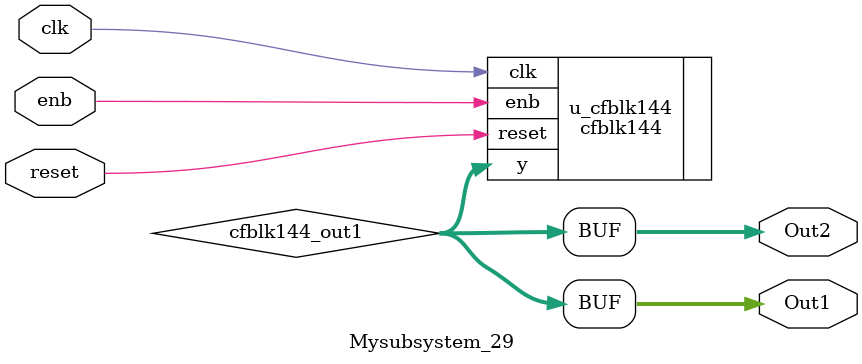
<source format=v>



`timescale 1 ns / 1 ns

module Mysubsystem_29
          (clk,
           reset,
           enb,
           Out1,
           Out2);


  input   clk;
  input   reset;
  input   enb;
  output  [7:0] Out1;  // uint8
  output  [7:0] Out2;  // uint8


  wire [7:0] cfblk144_out1;  // uint8


  cfblk144 u_cfblk144 (.clk(clk),
                       .reset(reset),
                       .enb(enb),
                       .y(cfblk144_out1)  // uint8
                       );

  assign Out1 = cfblk144_out1;

  assign Out2 = cfblk144_out1;

endmodule  // Mysubsystem_29


</source>
